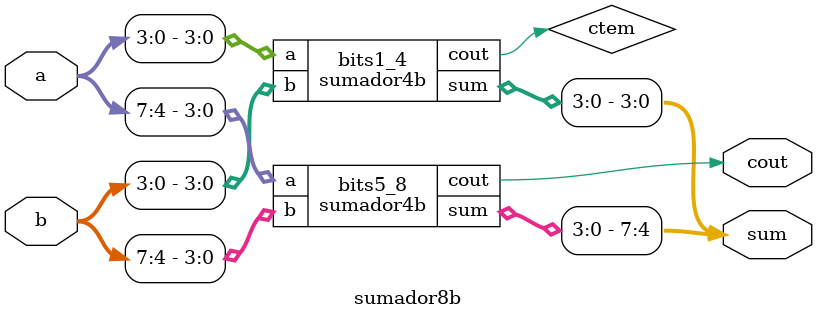
<source format=v>
module sumador(sel, baterias, sum);
    input [15:0] baterias;
    input sel;
    output reg [8:0] sum;

    wire [8:0] sum_case0;
    wire [8:0] sum_case1;

    // Caso sel == 0
    sumador8b sum8ins(
        .a(baterias[15:8]),
        .b(baterias[7:0]),
        .sum(sum_case0[7:0]),
        .cout(sum_case0[8])
    );

    // Caso sel == 1
    wire [4:0] sum1, sum2;
    sumador4b sum4ins1(
        .a(baterias[15:12]),
        .b(baterias[11:8]),
        .sum(sum1[3:0]),
        .cout(sum1[4])
    );
    sumador4b sum4ins2(
        .a(baterias[7:4]),
        .b(baterias[3:0]),
        .sum(sum2[3:0]),
        .cout(sum2[4])
    );
    sumador8b sum8ins2(
        .a(sum1[3:0]),
        .b(sum2[3:0]),
        .sum(sum_case1[7:0]),
        .cout(sum_case1[8])
    );

    // Selección según el valor de sel
    always @(*) begin
        if (sel == 1'b0)
            sum = sum_case0;
        else
            sum = sum_case1;
    end
endmodule

module sumador1b(a, b, cin, sum, cout);
    input a, b, cin;
    output sum, cout;
    assign sum = cin ^ (a ^ b);  
    assign cout = (cin & (a ^ b)) | (a & b);
endmodule

module sumador4b_cin(a, b, sum, cin, cout);
    input [3:0] a, b;
    input cin;
    output [3:0] sum;
    output cout;
    wire [2:0] ctem;
    sumador1b bit1(a[0], b[0], cin, sum[0], ctem[0]);
    sumador1b bit2(a[1], b[1], ctem[0], sum[1], ctem[1]);
    sumador1b bit3(a[2], b[2], ctem[1], sum[2], ctem[2]);
    sumador1b bit4(a[3], b[3], ctem[2], sum[3], cout);
endmodule

module sumador4b(a, b, sum, cout);
    input [3:0] a, b;
    output [3:0] sum;
    output cout;
    sumador4b_cin bits(
        .a(a[3:0]),
        .b(b[3:0]),
        .cin(1'b0),
        .sum(sum[3:0]),
        .cout(cout)
    );
endmodule

module sumador8b(a, b, sum, cout);
    input [7:0] a, b;
    output [7:0] sum;
    output cout;
    wire ctem;
    sumador4b bits1_4(
        .a(a[3:0]),
        .b(b[3:0]),
        .sum(sum[3:0]),
        .cout(ctem)
    );
    sumador4b bits5_8(
        .a(a[7:4]),
        .b(b[7:4]),
        .sum(sum[7:4]),
        .cout(cout)
    );
endmodule

</source>
